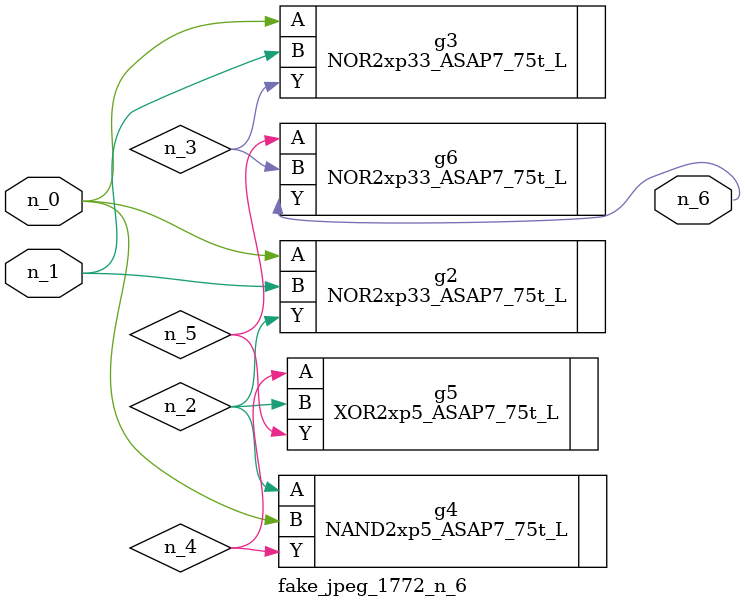
<source format=v>
module fake_jpeg_1772_n_6 (n_0, n_1, n_6);

input n_0;
input n_1;

output n_6;

wire n_2;
wire n_3;
wire n_4;
wire n_5;

NOR2xp33_ASAP7_75t_L g2 ( 
.A(n_0),
.B(n_1),
.Y(n_2)
);

NOR2xp33_ASAP7_75t_L g3 ( 
.A(n_0),
.B(n_1),
.Y(n_3)
);

NAND2xp5_ASAP7_75t_L g4 ( 
.A(n_2),
.B(n_0),
.Y(n_4)
);

XOR2xp5_ASAP7_75t_L g5 ( 
.A(n_4),
.B(n_2),
.Y(n_5)
);

NOR2xp33_ASAP7_75t_L g6 ( 
.A(n_5),
.B(n_3),
.Y(n_6)
);


endmodule
</source>
